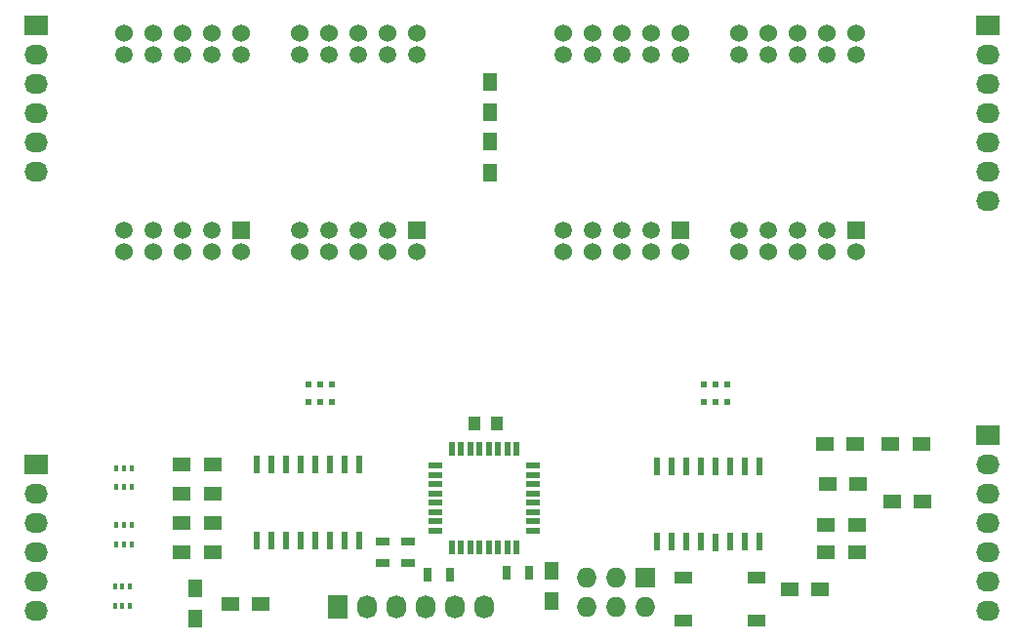
<source format=gts>
G04 #@! TF.FileFunction,Soldermask,Top*
%FSLAX46Y46*%
G04 Gerber Fmt 4.6, Leading zero omitted, Abs format (unit mm)*
G04 Created by KiCad (PCBNEW 4.0.1-2.201512121406+6195~38~ubuntu14.04.1-stable) date Sun 06 Mar 2016 05:51:02 PM CET*
%MOMM*%
G01*
G04 APERTURE LIST*
%ADD10C,0.100000*%
%ADD11R,2.032000X1.727200*%
%ADD12O,2.032000X1.727200*%
%ADD13R,0.300000X0.525000*%
%ADD14R,1.300000X1.500000*%
%ADD15R,1.500000X1.300000*%
%ADD16R,0.600000X1.600000*%
%ADD17R,0.600000X1.500000*%
%ADD18R,1.727200X1.727200*%
%ADD19O,1.727200X1.727200*%
%ADD20R,0.600000X1.200000*%
%ADD21R,1.200000X0.600000*%
%ADD22R,1.300000X0.700000*%
%ADD23R,0.700000X1.300000*%
%ADD24R,1.000000X1.250000*%
%ADD25R,1.727200X2.032000*%
%ADD26O,1.727200X2.032000*%
%ADD27C,0.609600*%
%ADD28R,1.600000X1.000000*%
%ADD29R,1.500000X1.500000*%
%ADD30C,1.500000*%
%ADD31C,1.524000*%
G04 APERTURE END LIST*
D10*
D11*
X119380000Y-83820000D03*
D12*
X119380000Y-86360000D03*
X119380000Y-88900000D03*
X119380000Y-91440000D03*
X119380000Y-93980000D03*
X119380000Y-96520000D03*
D11*
X201930000Y-81280000D03*
D12*
X201930000Y-83820000D03*
X201930000Y-86360000D03*
X201930000Y-88900000D03*
X201930000Y-91440000D03*
X201930000Y-93980000D03*
X201930000Y-96520000D03*
D13*
X127000000Y-84125500D03*
X127000000Y-85800500D03*
X127650000Y-85800500D03*
X126350000Y-85800500D03*
X126350000Y-84125500D03*
X127650000Y-84125500D03*
X127000000Y-89078500D03*
X127000000Y-90753500D03*
X127650000Y-90753500D03*
X126350000Y-90753500D03*
X126350000Y-89078500D03*
X127650000Y-89078500D03*
X126873000Y-94412500D03*
X126873000Y-96087500D03*
X127523000Y-96087500D03*
X126223000Y-96087500D03*
X126223000Y-94412500D03*
X127523000Y-94412500D03*
D14*
X164084000Y-95711000D03*
X164084000Y-93011000D03*
X158750000Y-58500000D03*
X158750000Y-55800000D03*
X158750000Y-53293000D03*
X158750000Y-50593000D03*
D15*
X132000000Y-83820000D03*
X134700000Y-83820000D03*
X132000000Y-86360000D03*
X134700000Y-86360000D03*
X132000000Y-88900000D03*
X134700000Y-88900000D03*
X132000000Y-91440000D03*
X134700000Y-91440000D03*
X136191000Y-95885000D03*
X138891000Y-95885000D03*
D14*
X133223000Y-97235000D03*
X133223000Y-94535000D03*
D15*
X190707000Y-85471000D03*
X188007000Y-85471000D03*
X196295000Y-86995000D03*
X193595000Y-86995000D03*
X190580000Y-89027000D03*
X187880000Y-89027000D03*
X190580000Y-91440000D03*
X187880000Y-91440000D03*
X187405000Y-94615000D03*
X184705000Y-94615000D03*
X190453000Y-82042000D03*
X187753000Y-82042000D03*
X196168000Y-82042000D03*
X193468000Y-82042000D03*
D16*
X147447000Y-83822000D03*
X146177000Y-83822000D03*
X144907000Y-83822000D03*
X143637000Y-83822000D03*
X142367000Y-83820000D03*
D17*
X141097000Y-83822000D03*
D16*
X139827000Y-83822000D03*
X138557000Y-83822000D03*
X138557000Y-90422000D03*
X139827000Y-90422000D03*
X141097000Y-90422000D03*
X142367000Y-90422000D03*
X143637000Y-90422000D03*
X144907000Y-90422000D03*
X146177000Y-90422000D03*
X147447000Y-90422000D03*
X173228000Y-90549000D03*
X174498000Y-90549000D03*
X175768000Y-90549000D03*
X177038000Y-90549000D03*
X178308000Y-90551000D03*
D17*
X179578000Y-90549000D03*
D16*
X180848000Y-90549000D03*
X182118000Y-90549000D03*
X182118000Y-83949000D03*
X180848000Y-83949000D03*
X179578000Y-83949000D03*
X178308000Y-83949000D03*
X177038000Y-83949000D03*
X175768000Y-83949000D03*
X174498000Y-83949000D03*
X173228000Y-83949000D03*
D18*
X172212000Y-93599000D03*
D19*
X172212000Y-96139000D03*
X169672000Y-93599000D03*
X169672000Y-96139000D03*
X167132000Y-93599000D03*
X167132000Y-96139000D03*
D11*
X119380000Y-45720000D03*
D12*
X119380000Y-48260000D03*
X119380000Y-50800000D03*
X119380000Y-53340000D03*
X119380000Y-55880000D03*
X119380000Y-58420000D03*
D11*
X201930000Y-45720000D03*
D12*
X201930000Y-48260000D03*
X201930000Y-50800000D03*
X201930000Y-53340000D03*
X201930000Y-55880000D03*
X201930000Y-58420000D03*
X201930000Y-60960000D03*
D20*
X161042000Y-82491000D03*
X160242000Y-82491000D03*
X159442000Y-82491000D03*
X158642000Y-82491000D03*
X157842000Y-82491000D03*
X157042000Y-82491000D03*
X156242000Y-82491000D03*
X155442000Y-82491000D03*
D21*
X153992000Y-83941000D03*
X153992000Y-84741000D03*
X153992000Y-85541000D03*
X153992000Y-86341000D03*
X153992000Y-87141000D03*
X153992000Y-87941000D03*
X153992000Y-88741000D03*
X153992000Y-89541000D03*
D20*
X155442000Y-90991000D03*
X156242000Y-90991000D03*
X157042000Y-90991000D03*
X157842000Y-90991000D03*
X158642000Y-90991000D03*
X159442000Y-90991000D03*
X160242000Y-90991000D03*
X161042000Y-90991000D03*
D21*
X162492000Y-89541000D03*
X162492000Y-88741000D03*
X162492000Y-87941000D03*
X162492000Y-87141000D03*
X162492000Y-86341000D03*
X162492000Y-85541000D03*
X162492000Y-84741000D03*
X162492000Y-83941000D03*
D22*
X149479000Y-92390000D03*
X149479000Y-90490000D03*
X151638000Y-92390000D03*
X151638000Y-90490000D03*
D23*
X153355000Y-93345000D03*
X155255000Y-93345000D03*
D24*
X157369000Y-80264000D03*
X159369000Y-80264000D03*
D25*
X145542000Y-96139000D03*
D26*
X148082000Y-96139000D03*
X150622000Y-96139000D03*
X153162000Y-96139000D03*
X155702000Y-96139000D03*
X158242000Y-96139000D03*
D27*
X143002000Y-78359000D03*
X144018000Y-78359000D03*
X145034000Y-78359000D03*
X144018000Y-76835000D03*
X143002000Y-76835000D03*
X145034000Y-76835000D03*
X177292000Y-78359000D03*
X178308000Y-78359000D03*
X179324000Y-78359000D03*
X178308000Y-76835000D03*
X177292000Y-76835000D03*
X179324000Y-76835000D03*
D28*
X175489000Y-93604000D03*
X181889000Y-93604000D03*
X175489000Y-97404000D03*
X181889000Y-97404000D03*
D29*
X137160000Y-63500000D03*
D30*
X134620000Y-63500000D03*
X132080000Y-63500000D03*
X129540000Y-63500000D03*
X127000000Y-63500000D03*
X127000000Y-48260000D03*
X129540000Y-48260000D03*
X132080000Y-48260000D03*
X134620000Y-48260000D03*
X137160000Y-48260000D03*
D31*
X137160000Y-65379600D03*
X134620000Y-65379600D03*
X132080000Y-65379600D03*
X129540000Y-65379600D03*
X127000000Y-65379600D03*
X127000000Y-46380400D03*
X129540000Y-46380400D03*
X132080000Y-46380400D03*
X134620000Y-46380400D03*
X137160000Y-46380400D03*
D29*
X152400000Y-63500000D03*
D30*
X149860000Y-63500000D03*
X147320000Y-63500000D03*
X144780000Y-63500000D03*
X142240000Y-63500000D03*
X142240000Y-48260000D03*
X144780000Y-48260000D03*
X147320000Y-48260000D03*
X149860000Y-48260000D03*
X152400000Y-48260000D03*
D31*
X152400000Y-65379600D03*
X149860000Y-65379600D03*
X147320000Y-65379600D03*
X144780000Y-65379600D03*
X142240000Y-65379600D03*
X142240000Y-46380400D03*
X144780000Y-46380400D03*
X147320000Y-46380400D03*
X149860000Y-46380400D03*
X152400000Y-46380400D03*
D29*
X175260000Y-63500000D03*
D30*
X172720000Y-63500000D03*
X170180000Y-63500000D03*
X167640000Y-63500000D03*
X165100000Y-63500000D03*
X165100000Y-48260000D03*
X167640000Y-48260000D03*
X170180000Y-48260000D03*
X172720000Y-48260000D03*
X175260000Y-48260000D03*
D31*
X175260000Y-65379600D03*
X172720000Y-65379600D03*
X170180000Y-65379600D03*
X167640000Y-65379600D03*
X165100000Y-65379600D03*
X165100000Y-46380400D03*
X167640000Y-46380400D03*
X170180000Y-46380400D03*
X172720000Y-46380400D03*
X175260000Y-46380400D03*
D29*
X190500000Y-63500000D03*
D30*
X187960000Y-63500000D03*
X185420000Y-63500000D03*
X182880000Y-63500000D03*
X180340000Y-63500000D03*
X180340000Y-48260000D03*
X182880000Y-48260000D03*
X185420000Y-48260000D03*
X187960000Y-48260000D03*
X190500000Y-48260000D03*
D31*
X190500000Y-65379600D03*
X187960000Y-65379600D03*
X185420000Y-65379600D03*
X182880000Y-65379600D03*
X180340000Y-65379600D03*
X180340000Y-46380400D03*
X182880000Y-46380400D03*
X185420000Y-46380400D03*
X187960000Y-46380400D03*
X190500000Y-46380400D03*
D23*
X160213000Y-93218000D03*
X162113000Y-93218000D03*
M02*

</source>
